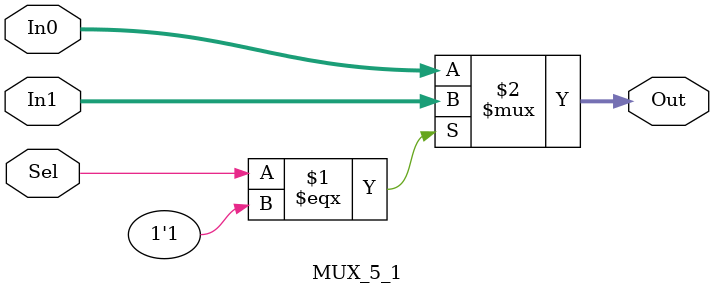
<source format=v>
`timescale 1ns / 1ps
module MUX_32_2(
	 input [31:0] In0,
	 input [31:0] In1,
	 input [31:0] In2,
	 input [31:0] In3,
	 input [1:0] Sel,
	 output [31:0] Out
    );
	
	assign Out 	=	(Sel === 2'b01) ? In1 :
						(Sel === 2'b10) ? In2 :
						(Sel === 2'b11) ? In3 :
						In0;

endmodule

module MUX_32_3(
	 input [31:0] In0,
	 input [31:0] In1,
	 input [31:0] In2,
	 input [31:0] In3,
	 input [31:0] In4,
	 input [31:0] In5,
	 input [31:0] In6,
	 input [31:0] In7,
	 input [2:0] Sel,
	 output [31:0] Out
    );
	
	assign Out 	=	(Sel === 3'b001) ? In1 :
						(Sel === 3'b010) ? In2 :
						(Sel === 3'b011) ? In3 :
						(Sel === 3'b100) ? In4 :
						(Sel === 3'b101) ? In5 :
						(Sel === 3'b110) ? In6 :
						(Sel === 3'b111) ? In7 :
						In0;

endmodule

module MUX_32_4(
	 input [31:0] In0,
	 input [31:0] In1,
	 input [31:0] In2,
	 input [31:0] In3,
	 input [31:0] In4,
	 input [31:0] In5,
	 input [31:0] In6,
	 input [31:0] In7,
	 input [31:0] In8,
	 input [31:0] In9,
	 input [31:0] In10,
	 input [31:0] In11,
	 input [31:0] In12,
	 input [31:0] In13,
	 input [31:0] In14,
	 input [31:0] In15,
	 input [3:0] Sel,
	 output [31:0] Out
    );
	
	assign Out 	=	(Sel === 4'b0001) ? In1 :
						(Sel === 4'b0010) ? In2 :
						(Sel === 4'b0011) ? In3 :
						(Sel === 4'b0100) ? In4 :
						(Sel === 4'b0101) ? In5 :
						(Sel === 4'b0110) ? In6 :
						(Sel === 4'b0111) ? In7 :
						(Sel === 4'b1000) ? In8 :
						(Sel === 4'b1001) ? In9 :
						(Sel === 4'b1010) ? In10 :
						(Sel === 4'b1011) ? In11 :
						(Sel === 4'b1100) ? In12 :
						(Sel === 4'b1101) ? In13 :
						(Sel === 4'b1110) ? In14 :
						(Sel === 4'b1111) ? In15 :
						In0;

endmodule

module MUX_32_1(
	 input [31:0] In0,
	 input [31:0] In1,
	 input Sel,
	 output [31:0] Out
    );
	
	assign Out = (Sel === 1'b1) ? In1 : In0;

endmodule

module MUX_5_2(
	 input [4:0] In0,
	 input [4:0] In1,
	 input [4:0] In2,
	 input [4:0] In3,
	 input [1:0] Sel,
	 output [4:0] Out
    );
	
	assign Out = 	(Sel === 2'b01) ? In1 :
						(Sel === 2'b10) ? In2 :
						(Sel === 2'b11) ? In3 :
						In0;

endmodule

module MUX_5_1(
	 input [4:0] In0,
	 input [4:0] In1,
	 input Sel,
	 output [4:0] Out
    );
	
	assign Out = (Sel === 1'b1) ? In1 : In0;

endmodule
</source>
